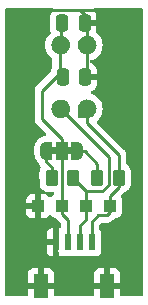
<source format=gbr>
G04 #@! TF.GenerationSoftware,KiCad,Pcbnew,(6.0.7)*
G04 #@! TF.CreationDate,2023-01-17T09:05:59-08:00*
G04 #@! TF.ProjectId,mlx90640-breakout,6d6c7839-3036-4343-902d-627265616b6f,rev?*
G04 #@! TF.SameCoordinates,Original*
G04 #@! TF.FileFunction,Copper,L1,Top*
G04 #@! TF.FilePolarity,Positive*
%FSLAX46Y46*%
G04 Gerber Fmt 4.6, Leading zero omitted, Abs format (unit mm)*
G04 Created by KiCad (PCBNEW (6.0.7)) date 2023-01-17 09:05:59*
%MOMM*%
%LPD*%
G01*
G04 APERTURE LIST*
G04 Aperture macros list*
%AMRoundRect*
0 Rectangle with rounded corners*
0 $1 Rounding radius*
0 $2 $3 $4 $5 $6 $7 $8 $9 X,Y pos of 4 corners*
0 Add a 4 corners polygon primitive as box body*
4,1,4,$2,$3,$4,$5,$6,$7,$8,$9,$2,$3,0*
0 Add four circle primitives for the rounded corners*
1,1,$1+$1,$2,$3*
1,1,$1+$1,$4,$5*
1,1,$1+$1,$6,$7*
1,1,$1+$1,$8,$9*
0 Add four rect primitives between the rounded corners*
20,1,$1+$1,$2,$3,$4,$5,0*
20,1,$1+$1,$4,$5,$6,$7,0*
20,1,$1+$1,$6,$7,$8,$9,0*
20,1,$1+$1,$8,$9,$2,$3,0*%
%AMFreePoly0*
4,1,22,0.550000,-0.750000,0.000000,-0.750000,0.000000,-0.745033,-0.079941,-0.743568,-0.215256,-0.701293,-0.333266,-0.622738,-0.424486,-0.514219,-0.481581,-0.384460,-0.499164,-0.250000,-0.500000,-0.250000,-0.500000,0.250000,-0.499164,0.250000,-0.499963,0.256109,-0.478152,0.396186,-0.417904,0.524511,-0.324060,0.630769,-0.204165,0.706417,-0.067858,0.745374,0.000000,0.744959,0.000000,0.750000,
0.550000,0.750000,0.550000,-0.750000,0.550000,-0.750000,$1*%
%AMFreePoly1*
4,1,20,0.000000,0.744959,0.073905,0.744508,0.209726,0.703889,0.328688,0.626782,0.421226,0.519385,0.479903,0.390333,0.500000,0.250000,0.500000,-0.250000,0.499851,-0.262216,0.476331,-0.402017,0.414519,-0.529596,0.319384,-0.634700,0.198574,-0.708877,0.061801,-0.746166,0.000000,-0.745033,0.000000,-0.750000,-0.550000,-0.750000,-0.550000,0.750000,0.000000,0.750000,0.000000,0.744959,
0.000000,0.744959,$1*%
%AMFreePoly2*
4,1,21,0.108156,0.332870,0.205725,0.283156,0.283156,0.205725,0.332870,0.108156,0.350000,0.000000,0.332870,-0.108156,0.283156,-0.205725,0.205725,-0.283156,0.108156,-0.332870,0.000000,-0.350000,-0.108156,-0.332870,-0.205725,-0.283156,-0.283156,-0.205725,-0.332870,-0.108156,-0.350000,0.000000,-0.332870,0.108156,-0.283156,0.205725,-0.205725,0.283156,-0.108156,0.332870,0.000000,0.350000,
0.108156,0.332870,0.108156,0.332870,$1*%
G04 Aperture macros list end*
G04 #@! TA.AperFunction,EtchedComponent*
%ADD10C,1.600000*%
G04 #@! TD*
G04 #@! TA.AperFunction,SMDPad,CuDef*
%ADD11RoundRect,0.250000X-0.262500X-0.450000X0.262500X-0.450000X0.262500X0.450000X-0.262500X0.450000X0*%
G04 #@! TD*
G04 #@! TA.AperFunction,SMDPad,CuDef*
%ADD12R,1.000000X1.000000*%
G04 #@! TD*
G04 #@! TA.AperFunction,SMDPad,CuDef*
%ADD13RoundRect,0.250000X-0.250000X-0.475000X0.250000X-0.475000X0.250000X0.475000X-0.250000X0.475000X0*%
G04 #@! TD*
G04 #@! TA.AperFunction,SMDPad,CuDef*
%ADD14R,0.600000X1.350000*%
G04 #@! TD*
G04 #@! TA.AperFunction,SMDPad,CuDef*
%ADD15R,1.200000X2.000000*%
G04 #@! TD*
G04 #@! TA.AperFunction,SMDPad,CuDef*
%ADD16FreePoly0,0.000000*%
G04 #@! TD*
G04 #@! TA.AperFunction,SMDPad,CuDef*
%ADD17R,1.000000X1.500000*%
G04 #@! TD*
G04 #@! TA.AperFunction,SMDPad,CuDef*
%ADD18FreePoly1,0.000000*%
G04 #@! TD*
G04 #@! TA.AperFunction,ComponentPad*
%ADD19FreePoly2,0.000000*%
G04 #@! TD*
G04 #@! TA.AperFunction,ComponentPad*
%ADD20C,0.700000*%
G04 #@! TD*
G04 #@! TA.AperFunction,Conductor*
%ADD21C,0.250000*%
G04 #@! TD*
G04 APERTURE END LIST*
G36*
X110703999Y-70973001D02*
G01*
X110203999Y-70973001D01*
X110203999Y-70373001D01*
X110703999Y-70373001D01*
X110703999Y-70973001D01*
G37*
G36*
X109503999Y-70973001D02*
G01*
X109003999Y-70973001D01*
X109003999Y-70373001D01*
X109503999Y-70373001D01*
X109503999Y-70973001D01*
G37*
D10*
X109825110Y-61728793D02*
G75*
G03*
X109825110Y-61728793I-100J0D01*
G01*
X112059981Y-67124249D02*
G75*
G03*
X112059981Y-67124249I-100J0D01*
G01*
X112059890Y-61728796D02*
G75*
G03*
X112059890Y-61728796I-10J0D01*
G01*
X109827044Y-67126741D02*
G75*
G03*
X109827044Y-67126741I-1000J0D01*
G01*
D11*
X112934999Y-72959001D03*
X114759999Y-72959001D03*
D12*
X113997999Y-75372001D03*
X107901999Y-75372001D03*
D11*
X109044999Y-72959001D03*
X110869999Y-72959001D03*
D13*
X109938999Y-59878001D03*
X111838999Y-59878001D03*
D14*
X109443999Y-78428001D03*
X110443999Y-78428001D03*
X111443999Y-78428001D03*
X112443999Y-78428001D03*
D15*
X113743999Y-82103001D03*
X108143999Y-82103001D03*
D12*
X109933999Y-75372001D03*
D13*
X109999999Y-64450001D03*
X111899999Y-64450001D03*
D12*
X111965999Y-75372001D03*
D16*
X108603999Y-70673001D03*
D17*
X109903999Y-70673001D03*
D18*
X111203999Y-70673001D03*
D19*
X109826044Y-67126741D03*
D20*
X109825010Y-61728793D03*
X112059880Y-61728796D03*
X112059881Y-67124249D03*
D21*
X109761855Y-64088581D02*
X109761855Y-61752273D01*
X109825010Y-61728793D02*
X109825010Y-59991990D01*
X110443999Y-76517001D02*
X109933999Y-76007001D01*
X110443999Y-78428001D02*
X110443999Y-76517001D01*
X109825010Y-59991990D02*
X109938999Y-59878001D01*
X109933999Y-69657001D02*
X108252271Y-67975273D01*
X109933999Y-76007001D02*
X109933999Y-69657001D01*
X108252271Y-65598165D02*
X109761855Y-64088581D01*
X108252271Y-67975273D02*
X108252271Y-65598165D01*
X111993999Y-74074001D02*
X113345672Y-74074001D01*
X113870999Y-73548674D02*
X113870999Y-71204635D01*
X113345672Y-74074001D02*
X113870999Y-73548674D01*
X113870999Y-71204635D02*
X109833366Y-67167002D01*
X111965999Y-74055001D02*
X111965999Y-75372001D01*
X111443999Y-77037001D02*
X111993999Y-76487001D01*
X110869999Y-72959001D02*
X111965999Y-74055001D01*
X111443999Y-78428001D02*
X111443999Y-77037001D01*
X111993999Y-76487001D02*
X111993999Y-74074001D01*
X112067203Y-68361205D02*
X112067203Y-67164510D01*
X112443999Y-76672001D02*
X112981999Y-76134001D01*
X112443999Y-78428001D02*
X112443999Y-76672001D01*
X112981999Y-76134001D02*
X113743999Y-76134001D01*
X113997999Y-74483001D02*
X114759999Y-73721001D01*
X113743999Y-76134001D02*
X113997999Y-75880001D01*
X113997999Y-75880001D02*
X113997999Y-74483001D01*
X114759999Y-71054001D02*
X112067203Y-68361205D01*
X114759999Y-73721001D02*
X114759999Y-71054001D01*
X107901999Y-73086001D02*
X107901999Y-74483001D01*
X113235999Y-59497001D02*
X112854999Y-59878001D01*
X106250999Y-63053001D02*
X106250999Y-63281436D01*
X111838999Y-64297436D02*
X112067434Y-64069001D01*
X108143999Y-78428001D02*
X109443999Y-78428001D01*
X113235999Y-58735001D02*
X113235999Y-59497001D01*
X112067434Y-59318871D02*
X111483564Y-58735001D01*
X109443999Y-78428001D02*
X108163999Y-78428001D01*
X107901999Y-78166001D02*
X107901999Y-74483001D01*
X112854999Y-59878001D02*
X111838999Y-59878001D01*
X108143999Y-82103001D02*
X108143999Y-78428001D01*
X108163999Y-78428001D02*
X107901999Y-78166001D01*
X106250999Y-71435001D02*
X107901999Y-73086001D01*
X106250999Y-71435001D02*
X106250999Y-63053001D01*
X111483564Y-58735001D02*
X113235999Y-58735001D01*
X112067434Y-64069001D02*
X112067434Y-59318871D01*
X113743999Y-82103001D02*
X108143999Y-82103001D01*
X107114434Y-58735001D02*
X106250999Y-59598436D01*
X106250999Y-63281436D02*
X106276564Y-63307001D01*
X106250999Y-59598436D02*
X106250999Y-63053001D01*
X111483564Y-58735001D02*
X107114434Y-58735001D01*
X109044999Y-72070001D02*
X108603999Y-71629001D01*
X109044999Y-72959001D02*
X109044999Y-72070001D01*
X108603999Y-71629001D02*
X108603999Y-70673001D01*
X111203999Y-70673001D02*
X111838999Y-70673001D01*
X111838999Y-70673001D02*
X112934999Y-71769001D01*
X112934999Y-71769001D02*
X112934999Y-72959001D01*
G04 #@! TA.AperFunction,Conductor*
G36*
X109174636Y-58628503D02*
G01*
X109221129Y-58682159D01*
X109231233Y-58752433D01*
X109201739Y-58817013D01*
X109195688Y-58823519D01*
X109089694Y-58929698D01*
X108996884Y-59080263D01*
X108941202Y-59248140D01*
X108930499Y-59352601D01*
X108930499Y-60403401D01*
X108930836Y-60406647D01*
X108930836Y-60406651D01*
X108940617Y-60500915D01*
X108941473Y-60509167D01*
X108943656Y-60515709D01*
X108943656Y-60515711D01*
X108979993Y-60624626D01*
X108982578Y-60695576D01*
X108949565Y-60753598D01*
X108818735Y-60884428D01*
X108687400Y-61071994D01*
X108685077Y-61076976D01*
X108685074Y-61076981D01*
X108592954Y-61274534D01*
X108590631Y-61279516D01*
X108531368Y-61500689D01*
X108511411Y-61728793D01*
X108531368Y-61956897D01*
X108532792Y-61962210D01*
X108532792Y-61962212D01*
X108589201Y-62172732D01*
X108590631Y-62178070D01*
X108592953Y-62183051D01*
X108592954Y-62183052D01*
X108685074Y-62380605D01*
X108685077Y-62380610D01*
X108687400Y-62385592D01*
X108690556Y-62390099D01*
X108690557Y-62390101D01*
X108779696Y-62517404D01*
X108818735Y-62573158D01*
X108980645Y-62735068D01*
X108985155Y-62738226D01*
X108985161Y-62738231D01*
X109074625Y-62800874D01*
X109118954Y-62856331D01*
X109128355Y-62904087D01*
X109128355Y-63502224D01*
X109109615Y-63568340D01*
X109057884Y-63652263D01*
X109002202Y-63820140D01*
X109001501Y-63826978D01*
X109001501Y-63826980D01*
X108991678Y-63922850D01*
X108964836Y-63988577D01*
X108955429Y-63999102D01*
X107860018Y-65094513D01*
X107851732Y-65102053D01*
X107845253Y-65106165D01*
X107839828Y-65111942D01*
X107798628Y-65155816D01*
X107795873Y-65158658D01*
X107776136Y-65178395D01*
X107773656Y-65181592D01*
X107765953Y-65190612D01*
X107735685Y-65222844D01*
X107731866Y-65229790D01*
X107731864Y-65229793D01*
X107725923Y-65240599D01*
X107715072Y-65257118D01*
X107702657Y-65273124D01*
X107699512Y-65280393D01*
X107699509Y-65280397D01*
X107685097Y-65313702D01*
X107679880Y-65324352D01*
X107658576Y-65363105D01*
X107656605Y-65370780D01*
X107656605Y-65370781D01*
X107653538Y-65382727D01*
X107647134Y-65401431D01*
X107639090Y-65420020D01*
X107637851Y-65427843D01*
X107637848Y-65427853D01*
X107632172Y-65463689D01*
X107629766Y-65475309D01*
X107620743Y-65510454D01*
X107618771Y-65518135D01*
X107618771Y-65538389D01*
X107617220Y-65558099D01*
X107614051Y-65578108D01*
X107614797Y-65586000D01*
X107618212Y-65622126D01*
X107618771Y-65633984D01*
X107618771Y-67896506D01*
X107618244Y-67907689D01*
X107616569Y-67915182D01*
X107616818Y-67923108D01*
X107616818Y-67923109D01*
X107618709Y-67983259D01*
X107618771Y-67987218D01*
X107618771Y-68015129D01*
X107619268Y-68019063D01*
X107619268Y-68019064D01*
X107619276Y-68019129D01*
X107620209Y-68030966D01*
X107621598Y-68075162D01*
X107627249Y-68094612D01*
X107631258Y-68113973D01*
X107633797Y-68134070D01*
X107636716Y-68141441D01*
X107636716Y-68141443D01*
X107650075Y-68175185D01*
X107653920Y-68186415D01*
X107666253Y-68228866D01*
X107670286Y-68235685D01*
X107670288Y-68235690D01*
X107676564Y-68246301D01*
X107685259Y-68264049D01*
X107692719Y-68282890D01*
X107697381Y-68289306D01*
X107697381Y-68289307D01*
X107718707Y-68318660D01*
X107725223Y-68328580D01*
X107747729Y-68366635D01*
X107762050Y-68380956D01*
X107774890Y-68395989D01*
X107786799Y-68412380D01*
X107797549Y-68421273D01*
X107820876Y-68440571D01*
X107829655Y-68448561D01*
X108580147Y-69199053D01*
X108614173Y-69261365D01*
X108609108Y-69332180D01*
X108566561Y-69389016D01*
X108508152Y-69412982D01*
X108481102Y-69416687D01*
X108394272Y-69428581D01*
X108256563Y-69467938D01*
X108123601Y-69527415D01*
X108119819Y-69529801D01*
X108119812Y-69529805D01*
X108041833Y-69579007D01*
X108002473Y-69603841D01*
X107891547Y-69698247D01*
X107796739Y-69805598D01*
X107716773Y-69927335D01*
X107655904Y-70056980D01*
X107613316Y-70196278D01*
X107591282Y-70337796D01*
X107589502Y-70483439D01*
X107590062Y-70487724D01*
X107590270Y-70494761D01*
X107590270Y-70884048D01*
X107590272Y-70884048D01*
X107590681Y-70887015D01*
X107589503Y-70983439D01*
X107590084Y-70987881D01*
X107590084Y-70987884D01*
X107607479Y-71120909D01*
X107608073Y-71125453D01*
X107647244Y-71265749D01*
X107704927Y-71396842D01*
X107781896Y-71520497D01*
X107874053Y-71630132D01*
X107877396Y-71633121D01*
X107942147Y-71691016D01*
X107979597Y-71751332D01*
X107983169Y-71769150D01*
X107985525Y-71787798D01*
X107988444Y-71795169D01*
X107988444Y-71795171D01*
X108001803Y-71828913D01*
X108005648Y-71840143D01*
X108017981Y-71882594D01*
X108022014Y-71889413D01*
X108022016Y-71889418D01*
X108028292Y-71900029D01*
X108036987Y-71917777D01*
X108044447Y-71936618D01*
X108049109Y-71943034D01*
X108049109Y-71943035D01*
X108070435Y-71972388D01*
X108076951Y-71982308D01*
X108099457Y-72020363D01*
X108099657Y-72020563D01*
X108124362Y-72083480D01*
X108110464Y-72153103D01*
X108106116Y-72160741D01*
X108090384Y-72186263D01*
X108034702Y-72354140D01*
X108023999Y-72458601D01*
X108023999Y-73459401D01*
X108034973Y-73565167D01*
X108090949Y-73732947D01*
X108184021Y-73883349D01*
X108309196Y-74008306D01*
X108459761Y-74101116D01*
X108519354Y-74120882D01*
X108577715Y-74161312D01*
X108583024Y-74174091D01*
X108655157Y-74159618D01*
X108724347Y-74166707D01*
X108732099Y-74167501D01*
X109169480Y-74167501D01*
X109237601Y-74187503D01*
X109284094Y-74241159D01*
X109294198Y-74311433D01*
X109264704Y-74376013D01*
X109213710Y-74411483D01*
X109187294Y-74421386D01*
X109070738Y-74508740D01*
X109018826Y-74578007D01*
X109018513Y-74578424D01*
X108961654Y-74620939D01*
X108890836Y-74625965D01*
X108828542Y-74591905D01*
X108816861Y-74578424D01*
X108770285Y-74516278D01*
X108757723Y-74503716D01*
X108655648Y-74427215D01*
X108640051Y-74418676D01*
X108598086Y-74402944D01*
X108541321Y-74360303D01*
X108537654Y-74350421D01*
X108475322Y-74366399D01*
X108466082Y-74365738D01*
X108453490Y-74364370D01*
X108446671Y-74364001D01*
X108174114Y-74364001D01*
X108158875Y-74368476D01*
X108157670Y-74369866D01*
X108155999Y-74377549D01*
X108155999Y-76361885D01*
X108160474Y-76377124D01*
X108161864Y-76378329D01*
X108169547Y-76380000D01*
X108446668Y-76380000D01*
X108453489Y-76379630D01*
X108504351Y-76374106D01*
X108519603Y-76370480D01*
X108640053Y-76325325D01*
X108655648Y-76316787D01*
X108757723Y-76240286D01*
X108770285Y-76227724D01*
X108816861Y-76165578D01*
X108873720Y-76123063D01*
X108944539Y-76118037D01*
X109006832Y-76152097D01*
X109018511Y-76165575D01*
X109070738Y-76235262D01*
X109187294Y-76322616D01*
X109323683Y-76373746D01*
X109354553Y-76377099D01*
X109369928Y-76378770D01*
X109435490Y-76406012D01*
X109458254Y-76429969D01*
X109468527Y-76444108D01*
X109496499Y-76467248D01*
X109502592Y-76472289D01*
X109511373Y-76480279D01*
X109773595Y-76742502D01*
X109807620Y-76804814D01*
X109810499Y-76831597D01*
X109810499Y-77122965D01*
X109790497Y-77191086D01*
X109736841Y-77237579D01*
X109719997Y-77243861D01*
X109700875Y-77249476D01*
X109699670Y-77250866D01*
X109697999Y-77258549D01*
X109697999Y-77471143D01*
X109689981Y-77515372D01*
X109645028Y-77635283D01*
X109645026Y-77635289D01*
X109642254Y-77642685D01*
X109635499Y-77704867D01*
X109635499Y-79151135D01*
X109642254Y-79213317D01*
X109645026Y-79220713D01*
X109645028Y-79220719D01*
X109689981Y-79340630D01*
X109697999Y-79384859D01*
X109697999Y-79592885D01*
X109702474Y-79608124D01*
X109703864Y-79609329D01*
X109711547Y-79611000D01*
X109788668Y-79611000D01*
X109795489Y-79610630D01*
X109846351Y-79605106D01*
X109861603Y-79601480D01*
X109899057Y-79587439D01*
X109969864Y-79582256D01*
X109987515Y-79587439D01*
X110033683Y-79604746D01*
X110095865Y-79611501D01*
X110792133Y-79611501D01*
X110796745Y-79611000D01*
X110846465Y-79605599D01*
X110846467Y-79605599D01*
X110854315Y-79604746D01*
X110861708Y-79601974D01*
X110861710Y-79601974D01*
X110899770Y-79587706D01*
X110970577Y-79582523D01*
X110988228Y-79587706D01*
X111026288Y-79601974D01*
X111026290Y-79601974D01*
X111033683Y-79604746D01*
X111041531Y-79605599D01*
X111041533Y-79605599D01*
X111091253Y-79611000D01*
X111095865Y-79611501D01*
X111792133Y-79611501D01*
X111796745Y-79611000D01*
X111846465Y-79605599D01*
X111846467Y-79605599D01*
X111854315Y-79604746D01*
X111861708Y-79601974D01*
X111861710Y-79601974D01*
X111899770Y-79587706D01*
X111970577Y-79582523D01*
X111988228Y-79587706D01*
X112026288Y-79601974D01*
X112026290Y-79601974D01*
X112033683Y-79604746D01*
X112041531Y-79605599D01*
X112041533Y-79605599D01*
X112091253Y-79611000D01*
X112095865Y-79611501D01*
X112792133Y-79611501D01*
X112854315Y-79604746D01*
X112990704Y-79553616D01*
X113107260Y-79466262D01*
X113194614Y-79349706D01*
X113245744Y-79213317D01*
X113252499Y-79151135D01*
X113252499Y-77704867D01*
X113245744Y-77642685D01*
X113194614Y-77506296D01*
X113107260Y-77389740D01*
X113108864Y-77388538D01*
X113080378Y-77336371D01*
X113077499Y-77309588D01*
X113077499Y-76986596D01*
X113097501Y-76918475D01*
X113114404Y-76897500D01*
X113207500Y-76804405D01*
X113269812Y-76770380D01*
X113296595Y-76767501D01*
X113665232Y-76767501D01*
X113676415Y-76768028D01*
X113683908Y-76769703D01*
X113691834Y-76769454D01*
X113691835Y-76769454D01*
X113751985Y-76767563D01*
X113755944Y-76767501D01*
X113783855Y-76767501D01*
X113787790Y-76767004D01*
X113787855Y-76766996D01*
X113799692Y-76766063D01*
X113831950Y-76765049D01*
X113835969Y-76764923D01*
X113843888Y-76764674D01*
X113863342Y-76759022D01*
X113882699Y-76755014D01*
X113894929Y-76753469D01*
X113894930Y-76753469D01*
X113902796Y-76752475D01*
X113910167Y-76749556D01*
X113910169Y-76749556D01*
X113943911Y-76736197D01*
X113955141Y-76732352D01*
X113989982Y-76722230D01*
X113989983Y-76722230D01*
X113997592Y-76720019D01*
X114004411Y-76715986D01*
X114004416Y-76715984D01*
X114015027Y-76709708D01*
X114032775Y-76701013D01*
X114051616Y-76693553D01*
X114087386Y-76667565D01*
X114097306Y-76661049D01*
X114128534Y-76642581D01*
X114128537Y-76642579D01*
X114135361Y-76638543D01*
X114149682Y-76624222D01*
X114164716Y-76611381D01*
X114174693Y-76604132D01*
X114181106Y-76599473D01*
X114209297Y-76565396D01*
X114217287Y-76556617D01*
X114356498Y-76417406D01*
X114418810Y-76383380D01*
X114445593Y-76380501D01*
X114546133Y-76380501D01*
X114608315Y-76373746D01*
X114744704Y-76322616D01*
X114861260Y-76235262D01*
X114948614Y-76118706D01*
X114999744Y-75982317D01*
X115006499Y-75920135D01*
X115006499Y-74823867D01*
X114999744Y-74761685D01*
X114948614Y-74625296D01*
X114929732Y-74600102D01*
X114904884Y-74533596D01*
X114919937Y-74464214D01*
X114941463Y-74435442D01*
X115152252Y-74224653D01*
X115160538Y-74217113D01*
X115167017Y-74213001D01*
X115213643Y-74163349D01*
X115216397Y-74160508D01*
X115220241Y-74156664D01*
X115269459Y-74126236D01*
X115339501Y-74102868D01*
X115339503Y-74102867D01*
X115346445Y-74100551D01*
X115496847Y-74007479D01*
X115621804Y-73882304D01*
X115714614Y-73731739D01*
X115770296Y-73563862D01*
X115780999Y-73459401D01*
X115780999Y-72458601D01*
X115770025Y-72352835D01*
X115714049Y-72185055D01*
X115620977Y-72034653D01*
X115495802Y-71909696D01*
X115489568Y-71905853D01*
X115453382Y-71883547D01*
X115405889Y-71830775D01*
X115393499Y-71776288D01*
X115393499Y-71132769D01*
X115394026Y-71121586D01*
X115395701Y-71114093D01*
X115393561Y-71046002D01*
X115393499Y-71042045D01*
X115393499Y-71014145D01*
X115392995Y-71010154D01*
X115392062Y-70998312D01*
X115391735Y-70987884D01*
X115390673Y-70954112D01*
X115385020Y-70934653D01*
X115381011Y-70915294D01*
X115380845Y-70913984D01*
X115378473Y-70895204D01*
X115375557Y-70887838D01*
X115375555Y-70887832D01*
X115362199Y-70854099D01*
X115358354Y-70842869D01*
X115348229Y-70808018D01*
X115348229Y-70808017D01*
X115346018Y-70800408D01*
X115335704Y-70782967D01*
X115327007Y-70765214D01*
X115322471Y-70753759D01*
X115319551Y-70746384D01*
X115293562Y-70710613D01*
X115287046Y-70700693D01*
X115268577Y-70669464D01*
X115264541Y-70662639D01*
X115250220Y-70648318D01*
X115237379Y-70633284D01*
X115230130Y-70623307D01*
X115225471Y-70616894D01*
X115191394Y-70588703D01*
X115182615Y-70580713D01*
X112907431Y-68305529D01*
X112873405Y-68243217D01*
X112878470Y-68172402D01*
X112907431Y-68127339D01*
X113066156Y-67968614D01*
X113103570Y-67915182D01*
X113194334Y-67785557D01*
X113194335Y-67785555D01*
X113197491Y-67781048D01*
X113199814Y-67776066D01*
X113199817Y-67776061D01*
X113291937Y-67578508D01*
X113291938Y-67578507D01*
X113294260Y-67573526D01*
X113353523Y-67352353D01*
X113373480Y-67124249D01*
X113353523Y-66896145D01*
X113294260Y-66674972D01*
X113291937Y-66669990D01*
X113199817Y-66472437D01*
X113199814Y-66472432D01*
X113197491Y-66467450D01*
X113087639Y-66310565D01*
X113069315Y-66284395D01*
X113069313Y-66284392D01*
X113066156Y-66279884D01*
X112904246Y-66117974D01*
X112836277Y-66070381D01*
X112737656Y-66001326D01*
X112716681Y-65986639D01*
X112711699Y-65984316D01*
X112711694Y-65984313D01*
X112514140Y-65892193D01*
X112514139Y-65892193D01*
X112509158Y-65889870D01*
X112503853Y-65888448D01*
X112503846Y-65888446D01*
X112459906Y-65876673D01*
X112439441Y-65871189D01*
X112378819Y-65834239D01*
X112347797Y-65770379D01*
X112356225Y-65699884D01*
X112401427Y-65645137D01*
X112432175Y-65629960D01*
X112466778Y-65618415D01*
X112479961Y-65612240D01*
X112617806Y-65526938D01*
X112629207Y-65517902D01*
X112743738Y-65403172D01*
X112752750Y-65391761D01*
X112837815Y-65253758D01*
X112843962Y-65240577D01*
X112895137Y-65086291D01*
X112898004Y-65072915D01*
X112907671Y-64978563D01*
X112907999Y-64972147D01*
X112907999Y-64722116D01*
X112903524Y-64706877D01*
X112902134Y-64705672D01*
X112894451Y-64704001D01*
X111771999Y-64704001D01*
X111703878Y-64683999D01*
X111657385Y-64630343D01*
X111645999Y-64578001D01*
X111645999Y-64322001D01*
X111666001Y-64253880D01*
X111719657Y-64207387D01*
X111771999Y-64196001D01*
X112889883Y-64196001D01*
X112905122Y-64191526D01*
X112906327Y-64190136D01*
X112907998Y-64182453D01*
X112907998Y-63927906D01*
X112907661Y-63921387D01*
X112897742Y-63825795D01*
X112894850Y-63812401D01*
X112843411Y-63658217D01*
X112837238Y-63645039D01*
X112751936Y-63507194D01*
X112742900Y-63495793D01*
X112628170Y-63381262D01*
X112616759Y-63372250D01*
X112478756Y-63287185D01*
X112465575Y-63281038D01*
X112354058Y-63244049D01*
X112295699Y-63203618D01*
X112268462Y-63138054D01*
X112280996Y-63068172D01*
X112329321Y-63016160D01*
X112361113Y-63002750D01*
X112485969Y-62969295D01*
X112503816Y-62964513D01*
X112503818Y-62964512D01*
X112509126Y-62963090D01*
X112514108Y-62960767D01*
X112711653Y-62868650D01*
X112711656Y-62868648D01*
X112716634Y-62866327D01*
X112904187Y-62735002D01*
X113066086Y-62573103D01*
X113197411Y-62385550D01*
X113294174Y-62178042D01*
X113352006Y-61962212D01*
X113352009Y-61962199D01*
X113352009Y-61962197D01*
X113353433Y-61956884D01*
X113373388Y-61728796D01*
X113353433Y-61500708D01*
X113294174Y-61279550D01*
X113197411Y-61072042D01*
X113066086Y-60884489D01*
X112904187Y-60722590D01*
X112868133Y-60697345D01*
X112823806Y-60641889D01*
X112816497Y-60571269D01*
X112820812Y-60554467D01*
X112834135Y-60514297D01*
X112837004Y-60500915D01*
X112846671Y-60406563D01*
X112846999Y-60400147D01*
X112846999Y-60150116D01*
X112842524Y-60134877D01*
X112841134Y-60133672D01*
X112833451Y-60132001D01*
X112111114Y-60132001D01*
X112095875Y-60136476D01*
X112094670Y-60137866D01*
X112092999Y-60145549D01*
X112092999Y-60296932D01*
X112072997Y-60365053D01*
X112019341Y-60411546D01*
X111977981Y-60422453D01*
X111934744Y-60426236D01*
X111831792Y-60435243D01*
X111826479Y-60436667D01*
X111826477Y-60436667D01*
X111743610Y-60458871D01*
X111672633Y-60457181D01*
X111613838Y-60417387D01*
X111585890Y-60352122D01*
X111584999Y-60337164D01*
X111584999Y-59750001D01*
X111605001Y-59681880D01*
X111658657Y-59635387D01*
X111710999Y-59624001D01*
X112828883Y-59624001D01*
X112844122Y-59619526D01*
X112845327Y-59618136D01*
X112846998Y-59610453D01*
X112846998Y-59355906D01*
X112846661Y-59349387D01*
X112836742Y-59253795D01*
X112833850Y-59240401D01*
X112782411Y-59086217D01*
X112776238Y-59073039D01*
X112690936Y-58935194D01*
X112681900Y-58923793D01*
X112581607Y-58823674D01*
X112547528Y-58761391D01*
X112552531Y-58690571D01*
X112595028Y-58633698D01*
X112661527Y-58608830D01*
X112670625Y-58608501D01*
X116665499Y-58608501D01*
X116733620Y-58628503D01*
X116780113Y-58682159D01*
X116791499Y-58734501D01*
X116791499Y-82865501D01*
X116771497Y-82933622D01*
X116717841Y-82980115D01*
X116665499Y-82991501D01*
X114977999Y-82991501D01*
X114909878Y-82971499D01*
X114863385Y-82917843D01*
X114851999Y-82865501D01*
X114851999Y-82375116D01*
X114847524Y-82359877D01*
X114846134Y-82358672D01*
X114838451Y-82357001D01*
X112654115Y-82357001D01*
X112638876Y-82361476D01*
X112637671Y-82362866D01*
X112636000Y-82370549D01*
X112636000Y-82865501D01*
X112615998Y-82933622D01*
X112562342Y-82980115D01*
X112510000Y-82991501D01*
X109377999Y-82991501D01*
X109309878Y-82971499D01*
X109263385Y-82917843D01*
X109251999Y-82865501D01*
X109251999Y-82375116D01*
X109247524Y-82359877D01*
X109246134Y-82358672D01*
X109238451Y-82357001D01*
X107054115Y-82357001D01*
X107038876Y-82361476D01*
X107037671Y-82362866D01*
X107036000Y-82370549D01*
X107036000Y-82865501D01*
X107015998Y-82933622D01*
X106962342Y-82980115D01*
X106910000Y-82991501D01*
X105234499Y-82991501D01*
X105166378Y-82971499D01*
X105119885Y-82917843D01*
X105108499Y-82865501D01*
X105108499Y-81830886D01*
X107035999Y-81830886D01*
X107040474Y-81846125D01*
X107041864Y-81847330D01*
X107049547Y-81849001D01*
X107871884Y-81849001D01*
X107887123Y-81844526D01*
X107888328Y-81843136D01*
X107889999Y-81835453D01*
X107889999Y-81830886D01*
X108397999Y-81830886D01*
X108402474Y-81846125D01*
X108403864Y-81847330D01*
X108411547Y-81849001D01*
X109233883Y-81849001D01*
X109249122Y-81844526D01*
X109250327Y-81843136D01*
X109251998Y-81835453D01*
X109251998Y-81830886D01*
X112635999Y-81830886D01*
X112640474Y-81846125D01*
X112641864Y-81847330D01*
X112649547Y-81849001D01*
X113471884Y-81849001D01*
X113487123Y-81844526D01*
X113488328Y-81843136D01*
X113489999Y-81835453D01*
X113489999Y-81830886D01*
X113997999Y-81830886D01*
X114002474Y-81846125D01*
X114003864Y-81847330D01*
X114011547Y-81849001D01*
X114833883Y-81849001D01*
X114849122Y-81844526D01*
X114850327Y-81843136D01*
X114851998Y-81835453D01*
X114851998Y-81058332D01*
X114851628Y-81051511D01*
X114846104Y-81000649D01*
X114842478Y-80985397D01*
X114797323Y-80864947D01*
X114788785Y-80849352D01*
X114712284Y-80747277D01*
X114699723Y-80734716D01*
X114597648Y-80658215D01*
X114582053Y-80649677D01*
X114461605Y-80604523D01*
X114446350Y-80600896D01*
X114395485Y-80595370D01*
X114388671Y-80595001D01*
X114016114Y-80595001D01*
X114000875Y-80599476D01*
X113999670Y-80600866D01*
X113997999Y-80608549D01*
X113997999Y-81830886D01*
X113489999Y-81830886D01*
X113489999Y-80613117D01*
X113485524Y-80597878D01*
X113484134Y-80596673D01*
X113476451Y-80595002D01*
X113099330Y-80595002D01*
X113092509Y-80595372D01*
X113041647Y-80600896D01*
X113026395Y-80604522D01*
X112905945Y-80649677D01*
X112890350Y-80658215D01*
X112788275Y-80734716D01*
X112775714Y-80747277D01*
X112699213Y-80849352D01*
X112690675Y-80864947D01*
X112645521Y-80985395D01*
X112641894Y-81000650D01*
X112636368Y-81051515D01*
X112635999Y-81058329D01*
X112635999Y-81830886D01*
X109251998Y-81830886D01*
X109251998Y-81058332D01*
X109251628Y-81051511D01*
X109246104Y-81000649D01*
X109242478Y-80985397D01*
X109197323Y-80864947D01*
X109188785Y-80849352D01*
X109112284Y-80747277D01*
X109099723Y-80734716D01*
X108997648Y-80658215D01*
X108982053Y-80649677D01*
X108861605Y-80604523D01*
X108846350Y-80600896D01*
X108795485Y-80595370D01*
X108788671Y-80595001D01*
X108416114Y-80595001D01*
X108400875Y-80599476D01*
X108399670Y-80600866D01*
X108397999Y-80608549D01*
X108397999Y-81830886D01*
X107889999Y-81830886D01*
X107889999Y-80613117D01*
X107885524Y-80597878D01*
X107884134Y-80596673D01*
X107876451Y-80595002D01*
X107499330Y-80595002D01*
X107492509Y-80595372D01*
X107441647Y-80600896D01*
X107426395Y-80604522D01*
X107305945Y-80649677D01*
X107290350Y-80658215D01*
X107188275Y-80734716D01*
X107175714Y-80747277D01*
X107099213Y-80849352D01*
X107090675Y-80864947D01*
X107045521Y-80985395D01*
X107041894Y-81000650D01*
X107036368Y-81051515D01*
X107035999Y-81058329D01*
X107035999Y-81830886D01*
X105108499Y-81830886D01*
X105108499Y-79147670D01*
X108636000Y-79147670D01*
X108636370Y-79154491D01*
X108641894Y-79205353D01*
X108645520Y-79220605D01*
X108690675Y-79341055D01*
X108699213Y-79356650D01*
X108775714Y-79458725D01*
X108788275Y-79471286D01*
X108890350Y-79547787D01*
X108905945Y-79556325D01*
X109026393Y-79601479D01*
X109041648Y-79605106D01*
X109092513Y-79610632D01*
X109099327Y-79611001D01*
X109171884Y-79611001D01*
X109187123Y-79606526D01*
X109188328Y-79605136D01*
X109189999Y-79597453D01*
X109189999Y-78700116D01*
X109185524Y-78684877D01*
X109184134Y-78683672D01*
X109176451Y-78682001D01*
X108654115Y-78682001D01*
X108638876Y-78686476D01*
X108637671Y-78687866D01*
X108636000Y-78695549D01*
X108636000Y-79147670D01*
X105108499Y-79147670D01*
X105108499Y-78155886D01*
X108635999Y-78155886D01*
X108640474Y-78171125D01*
X108641864Y-78172330D01*
X108649547Y-78174001D01*
X109171884Y-78174001D01*
X109187123Y-78169526D01*
X109188328Y-78168136D01*
X109189999Y-78160453D01*
X109189999Y-77263117D01*
X109185524Y-77247878D01*
X109184134Y-77246673D01*
X109176451Y-77245002D01*
X109099330Y-77245002D01*
X109092509Y-77245372D01*
X109041647Y-77250896D01*
X109026395Y-77254522D01*
X108905945Y-77299677D01*
X108890350Y-77308215D01*
X108788275Y-77384716D01*
X108775714Y-77397277D01*
X108699213Y-77499352D01*
X108690675Y-77514947D01*
X108645521Y-77635395D01*
X108641894Y-77650650D01*
X108636368Y-77701515D01*
X108635999Y-77708329D01*
X108635999Y-78155886D01*
X105108499Y-78155886D01*
X105108499Y-75916670D01*
X106894000Y-75916670D01*
X106894370Y-75923491D01*
X106899894Y-75974353D01*
X106903520Y-75989605D01*
X106948675Y-76110055D01*
X106957213Y-76125650D01*
X107033714Y-76227725D01*
X107046275Y-76240286D01*
X107148350Y-76316787D01*
X107163945Y-76325325D01*
X107284393Y-76370479D01*
X107299648Y-76374106D01*
X107350513Y-76379632D01*
X107357327Y-76380001D01*
X107629884Y-76380001D01*
X107645123Y-76375526D01*
X107646328Y-76374136D01*
X107647999Y-76366453D01*
X107647999Y-75644116D01*
X107643524Y-75628877D01*
X107642134Y-75627672D01*
X107634451Y-75626001D01*
X106912115Y-75626001D01*
X106896876Y-75630476D01*
X106895671Y-75631866D01*
X106894000Y-75639549D01*
X106894000Y-75916670D01*
X105108499Y-75916670D01*
X105108499Y-75099886D01*
X106893999Y-75099886D01*
X106898474Y-75115125D01*
X106899864Y-75116330D01*
X106907547Y-75118001D01*
X107629884Y-75118001D01*
X107645123Y-75113526D01*
X107646328Y-75112136D01*
X107647999Y-75104453D01*
X107647999Y-74382117D01*
X107643524Y-74366878D01*
X107642134Y-74365673D01*
X107634451Y-74364002D01*
X107357330Y-74364002D01*
X107350509Y-74364372D01*
X107299647Y-74369896D01*
X107284395Y-74373522D01*
X107163945Y-74418677D01*
X107148350Y-74427215D01*
X107046275Y-74503716D01*
X107033714Y-74516277D01*
X106957213Y-74618352D01*
X106948675Y-74633947D01*
X106903521Y-74754395D01*
X106899894Y-74769650D01*
X106894368Y-74820515D01*
X106893999Y-74827329D01*
X106893999Y-75099886D01*
X105108499Y-75099886D01*
X105108499Y-58734501D01*
X105128501Y-58666380D01*
X105182157Y-58619887D01*
X105234499Y-58608501D01*
X109106515Y-58608501D01*
X109174636Y-58628503D01*
G37*
G04 #@! TD.AperFunction*
M02*

</source>
